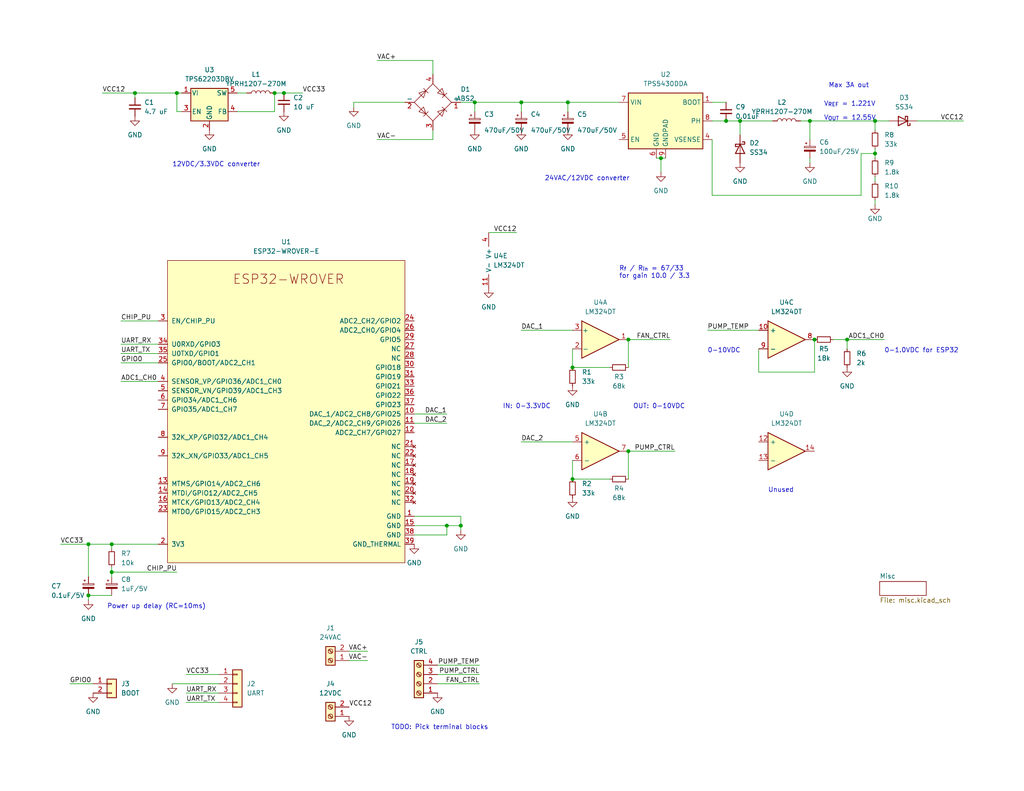
<source format=kicad_sch>
(kicad_sch (version 20211123) (generator eeschema)
  (paper "USLetter")
  (title_block (title "ESP32 to JAGA thermostat bridge"))
  (lib_symbols
    (symbol "Amplifier_Operational:LM324" (pin_names (offset 0.127))
      (property "Reference" "U" (at 0 5.08 0))
      (property "Value" "LM324" (at 0 -5.08 0))
      (symbol "LM324_1_1"
        (polyline (pts (xy -5.08 5.08) (xy 5.08 0) (xy -5.08 -5.08) (xy -5.08 5.08)) (stroke (width 0.254)) (fill (type background)))
        (pin output line (at 7.62 0 180) (length 2.54) (name "~") (number "1"))
        (pin input line (at -7.62 -2.54 0) (length 2.54) (name "-") (number "2"))
        (pin input line (at -7.62 2.54 0) (length 2.54) (name "+") (number "3"))
      )
      (symbol "LM324_2_1"
        (polyline (pts (xy -5.08 5.08) (xy 5.08 0) (xy -5.08 -5.08) (xy -5.08 5.08)) (stroke (width 0.254)) (fill (type background)))
        (pin input line (at -7.62 2.54 0) (length 2.54) (name "+") (number "5"))
        (pin input line (at -7.62 -2.54 0) (length 2.54) (name "-") (number "6"))
        (pin output line (at 7.62 0 180) (length 2.54) (name "~") (number "7"))
      )
      (symbol "LM324_3_1"
        (polyline (pts (xy -5.08 5.08) (xy 5.08 0) (xy -5.08 -5.08) (xy -5.08 5.08)) (stroke (width 0.254)) (fill (type background)))
        (pin input line (at -7.62 2.54 0) (length 2.54) (name "+") (number "10"))
        (pin output line (at 7.62 0 180) (length 2.54) (name "~") (number "8"))
        (pin input line (at -7.62 -2.54 0) (length 2.54) (name "-") (number "9"))
      )
      (symbol "LM324_4_1"
        (polyline (pts (xy -5.08 5.08) (xy 5.08 0) (xy -5.08 -5.08) (xy -5.08 5.08)) (stroke (width 0.254)) (fill (type background)))
        (pin input line (at -7.62 2.54 0) (length 2.54) (name "+") (number "12"))
        (pin input line (at -7.62 -2.54 0) (length 2.54) (name "-") (number "13"))
        (pin output line (at 7.62 0 180) (length 2.54) (name "~") (number "14"))
      )
      (symbol "LM324_5_1"
        (pin power_in line (at -2.54 -7.62 90) (length 3.81) (name "V-") (number "11"))
        (pin power_in line (at -2.54 7.62 270) (length 3.81) (name "V+") (number "4"))
      )
    )
    (symbol "Connector:Screw_Terminal_01x02" (pin_names (offset 1.016) hide)
      (property "Reference" "J" (at 0 2.54 0))
      (property "Value" "Screw_Terminal_01x02" (at 0 -5.08 0))
      (symbol "Screw_Terminal_01x02_1_1"
        (rectangle (start -1.27 1.27) (end 1.27 -3.81) (stroke (width 0.254)) (fill (type background)))
        (circle (center 0 -2.54) (radius 0.635) (stroke (width 0.1524)))
        (polyline (pts (xy -0.5334 -2.2098) (xy 0.3302 -3.048)) (stroke (width 0.1524)))
        (polyline (pts (xy -0.5334 0.3302) (xy 0.3302 -0.508)) (stroke (width 0.1524)))
        (polyline (pts (xy -0.3556 -2.032) (xy 0.508 -2.8702)) (stroke (width 0.1524)))
        (polyline (pts (xy -0.3556 0.508) (xy 0.508 -0.3302)) (stroke (width 0.1524)))
        (circle (center 0 0) (radius 0.635) (stroke (width 0.1524)))
        (pin passive line (at -5.08 0 0) (length 3.81) (name "Pin_1") (number "1"))
        (pin passive line (at -5.08 -2.54 0) (length 3.81) (name "Pin_2") (number "2"))
      )
    )
    (symbol "Connector:Screw_Terminal_01x04" (pin_names (offset 1.016) hide)
      (property "Reference" "J" (at 0 5.08 0))
      (property "Value" "Screw_Terminal_01x04" (at 0 -7.62 0))
      (symbol "Screw_Terminal_01x04_1_1"
        (rectangle (start -1.27 3.81) (end 1.27 -6.35) (stroke (width 0.254)) (fill (type background)))
        (circle (center 0 -5.08) (radius 0.635) (stroke (width 0.1524)))
        (circle (center 0 -2.54) (radius 0.635) (stroke (width 0.1524)))
        (polyline (pts (xy -0.5334 -4.7498) (xy 0.3302 -5.588)) (stroke (width 0.1524)))
        (polyline (pts (xy -0.5334 -2.2098) (xy 0.3302 -3.048)) (stroke (width 0.1524)))
        (polyline (pts (xy -0.5334 0.3302) (xy 0.3302 -0.508)) (stroke (width 0.1524)))
        (polyline (pts (xy -0.5334 2.8702) (xy 0.3302 2.032)) (stroke (width 0.1524)))
        (polyline (pts (xy -0.3556 -4.572) (xy 0.508 -5.4102)) (stroke (width 0.1524)))
        (polyline (pts (xy -0.3556 -2.032) (xy 0.508 -2.8702)) (stroke (width 0.1524)))
        (polyline (pts (xy -0.3556 0.508) (xy 0.508 -0.3302)) (stroke (width 0.1524)))
        (polyline (pts (xy -0.3556 3.048) (xy 0.508 2.2098)) (stroke (width 0.1524)))
        (circle (center 0 0) (radius 0.635) (stroke (width 0.1524)))
        (circle (center 0 2.54) (radius 0.635) (stroke (width 0.1524)))
        (pin passive line (at -5.08 2.54 0) (length 3.81) (name "Pin_1") (number "1"))
        (pin passive line (at -5.08 0 0) (length 3.81) (name "Pin_2") (number "2"))
        (pin passive line (at -5.08 -2.54 0) (length 3.81) (name "Pin_3") (number "3"))
        (pin passive line (at -5.08 -5.08 0) (length 3.81) (name "Pin_4") (number "4"))
      )
    )
    (symbol "Connector_Generic:Conn_01x02" (pin_names (offset 1.016) hide)
      (property "Reference" "J" (at 0 2.54 0))
      (property "Value" "Conn_01x02" (at 0 -5.08 0))
      (symbol "Conn_01x02_1_1"
        (rectangle (start -1.27 -2.413) (end 0 -2.667) (stroke (width 0.1524)))
        (rectangle (start -1.27 0.127) (end 0 -0.127) (stroke (width 0.1524)))
        (rectangle (start -1.27 1.27) (end 1.27 -3.81) (stroke (width 0.254)) (fill (type background)))
        (pin passive line (at -5.08 0 0) (length 3.81) (name "Pin_1") (number "1"))
        (pin passive line (at -5.08 -2.54 0) (length 3.81) (name "Pin_2") (number "2"))
      )
    )
    (symbol "Connector_Generic:Conn_01x04" (pin_names (offset 1.016) hide)
      (property "Reference" "J" (at 0 5.08 0))
      (property "Value" "Conn_01x04" (at 0 -7.62 0))
      (symbol "Conn_01x04_1_1"
        (rectangle (start -1.27 -4.953) (end 0 -5.207) (stroke (width 0.1524)))
        (rectangle (start -1.27 -2.413) (end 0 -2.667) (stroke (width 0.1524)))
        (rectangle (start -1.27 0.127) (end 0 -0.127) (stroke (width 0.1524)))
        (rectangle (start -1.27 2.667) (end 0 2.413) (stroke (width 0.1524)))
        (rectangle (start -1.27 3.81) (end 1.27 -6.35) (stroke (width 0.254)) (fill (type background)))
        (pin passive line (at -5.08 2.54 0) (length 3.81) (name "Pin_1") (number "1"))
        (pin passive line (at -5.08 0 0) (length 3.81) (name "Pin_2") (number "2"))
        (pin passive line (at -5.08 -2.54 0) (length 3.81) (name "Pin_3") (number "3"))
        (pin passive line (at -5.08 -5.08 0) (length 3.81) (name "Pin_4") (number "4"))
      )
    )
    (symbol "Device:C_Polarized_Small" (pin_numbers hide) (pin_names (offset 0.254) hide)
      (property "Reference" "C" (at 0.254 1.778 0))
      (property "Value" "C_Polarized_Small" (at 0.254 -2.032 0))
      (symbol "C_Polarized_Small_0_1"
        (rectangle (start -1.524 -0.3048) (end 1.524 -0.6858) (fill (type outline)))
        (rectangle (start -1.524 0.6858) (end 1.524 0.3048))
        (polyline (pts (xy -1.27 1.524) (xy -0.762 1.524)))
        (polyline (pts (xy -1.016 1.27) (xy -1.016 1.778)))
      )
      (symbol "C_Polarized_Small_1_1"
        (pin passive line (at 0 2.54 270) (length 1.8542) (name "~") (number "1"))
        (pin passive line (at 0 -2.54 90) (length 1.8542) (name "~") (number "2"))
      )
    )
    (symbol "Device:C_Small" (pin_numbers hide) (pin_names (offset 0.254) hide)
      (property "Reference" "C" (at 0.254 1.778 0))
      (property "Value" "C_Small" (at 0.254 -2.032 0))
      (symbol "C_Small_0_1"
        (polyline (pts (xy -1.524 -0.508) (xy 1.524 -0.508)) (stroke (width 0.3302)))
        (polyline (pts (xy -1.524 0.508) (xy 1.524 0.508)) (stroke (width 0.3048)))
      )
      (symbol "C_Small_1_1"
        (pin passive line (at 0 2.54 270) (length 2.032) (name "~") (number "1"))
        (pin passive line (at 0 -2.54 90) (length 2.032) (name "~") (number "2"))
      )
    )
    (symbol "Device:D_Schottky" (pin_numbers hide) (pin_names (offset 1.016) hide)
      (property "Reference" "D" (at 0 2.54 0))
      (property "Value" "D_Schottky" (at 0 -2.54 0))
      (symbol "D_Schottky_0_1"
        (polyline (pts (xy 1.27 0) (xy -1.27 0)))
        (polyline (pts (xy 1.27 1.27) (xy 1.27 -1.27) (xy -1.27 0) (xy 1.27 1.27)) (stroke (width 0.254)))
        (polyline (pts (xy -1.905 0.635) (xy -1.905 1.27) (xy -1.27 1.27) (xy -1.27 -1.27) (xy -0.635 -1.27) (xy -0.635 -0.635)) (stroke (width 0.254)))
      )
      (symbol "D_Schottky_1_1"
        (pin passive line (at -3.81 0 0) (length 2.54) (name "K") (number "1"))
        (pin passive line (at 3.81 0 180) (length 2.54) (name "A") (number "2"))
      )
    )
    (symbol "Device:L" (pin_numbers hide) (pin_names (offset 1.016) hide)
      (property "Reference" "L" (at -1.27 0 90))
      (property "Value" "L" (at 1.905 0 90))
      (symbol "L_0_1"
        (arc (start 0 -2.54) (mid 0.635 -1.905) (end 0 -1.27))
        (arc (start 0 -1.27) (mid 0.635 -0.635) (end 0 0))
        (arc (start 0 0) (mid 0.635 0.635) (end 0 1.27))
        (arc (start 0 1.27) (mid 0.635 1.905) (end 0 2.54))
      )
      (symbol "L_1_1"
        (pin passive line (at 0 3.81 270) (length 1.27) (name "1") (number "1"))
        (pin passive line (at 0 -3.81 90) (length 1.27) (name "2") (number "2"))
      )
    )
    (symbol "Device:Opamp_Quad"
      (property "Reference" "U" (at 0 5.08 0))
      (property "Value" "Opamp_Quad" (at 0 -5.08 0))
      (symbol "Opamp_Quad_1_1"
        (polyline (pts (xy -5.08 5.08) (xy 5.08 0) (xy -5.08 -5.08) (xy -5.08 5.08)) (stroke (width 0.254)) (fill (type background)))
        (pin output line (at 7.62 0 180) (length 2.54) (name "~") (number "1"))
        (pin input line (at -7.62 -2.54 0) (length 2.54) (name "-") (number "2"))
        (pin input line (at -7.62 2.54 0) (length 2.54) (name "+") (number "3"))
      )
      (symbol "Opamp_Quad_2_1"
        (polyline (pts (xy -5.08 5.08) (xy 5.08 0) (xy -5.08 -5.08) (xy -5.08 5.08)) (stroke (width 0.254)) (fill (type background)))
        (pin input line (at -7.62 2.54 0) (length 2.54) (name "+") (number "5"))
        (pin input line (at -7.62 -2.54 0) (length 2.54) (name "-") (number "6"))
        (pin output line (at 7.62 0 180) (length 2.54) (name "~") (number "7"))
      )
      (symbol "Opamp_Quad_3_1"
        (polyline (pts (xy -5.08 5.08) (xy 5.08 0) (xy -5.08 -5.08) (xy -5.08 5.08)) (stroke (width 0.254)) (fill (type background)))
        (pin input line (at -7.62 2.54 0) (length 2.54) (name "+") (number "10"))
        (pin output line (at 7.62 0 180) (length 2.54) (name "~") (number "8"))
        (pin input line (at -7.62 -2.54 0) (length 2.54) (name "-") (number "9"))
      )
      (symbol "Opamp_Quad_4_1"
        (polyline (pts (xy -5.08 5.08) (xy 5.08 0) (xy -5.08 -5.08) (xy -5.08 5.08)) (stroke (width 0.254)) (fill (type background)))
        (pin input line (at -7.62 2.54 0) (length 2.54) (name "+") (number "12"))
        (pin input line (at -7.62 -2.54 0) (length 2.54) (name "-") (number "13"))
        (pin output line (at 7.62 0 180) (length 2.54) (name "~") (number "14"))
      )
      (symbol "Opamp_Quad_5_1"
        (pin power_in line (at -2.54 -7.62 90) (length 3.81) (name "V-") (number "11"))
        (pin power_in line (at -2.54 7.62 270) (length 3.81) (name "V+") (number "4"))
      )
    )
    (symbol "Device:R_Small" (pin_numbers hide) (pin_names (offset 0.254) hide)
      (property "Reference" "R" (at 0.762 0.508 0))
      (property "Value" "R_Small" (at 0.762 -1.016 0))
      (symbol "R_Small_0_1"
        (rectangle (start -0.762 1.778) (end 0.762 -1.778) (stroke (width 0.2032)))
      )
      (symbol "R_Small_1_1"
        (pin passive line (at 0 2.54 270) (length 0.762) (name "~") (number "1"))
        (pin passive line (at 0 -2.54 90) (length 0.762) (name "~") (number "2"))
      )
    )
    (symbol "Diode_Bridge:ABS2" (pin_names (offset 0))
      (property "Reference" "D" (at 2.54 6.985 0))
      (property "Value" "ABS2" (at 2.54 5.08 0))
      (symbol "ABS2_0_1"
        (polyline (pts (xy -2.54 3.81) (xy -1.27 2.54)))
        (polyline (pts (xy -1.27 -2.54) (xy -2.54 -3.81)))
        (polyline (pts (xy 2.54 -1.27) (xy 3.81 -2.54)))
        (polyline (pts (xy 2.54 1.27) (xy 3.81 2.54)))
        (polyline (pts (xy -3.81 2.54) (xy -2.54 1.27) (xy -1.905 3.175) (xy -3.81 2.54)))
        (polyline (pts (xy -2.54 -1.27) (xy -3.81 -2.54) (xy -1.905 -3.175) (xy -2.54 -1.27)))
        (polyline (pts (xy 1.27 2.54) (xy 2.54 3.81) (xy 3.175 1.905) (xy 1.27 2.54)))
        (polyline (pts (xy 3.175 -1.905) (xy 1.27 -2.54) (xy 2.54 -3.81) (xy 3.175 -1.905)))
        (polyline (pts (xy -5.08 0) (xy 0 -5.08) (xy 5.08 0) (xy 0 5.08) (xy -5.08 0)))
      )
      (symbol "ABS2_1_1"
        (pin passive line (at 7.62 0 180) (length 2.54) (name "+") (number "1"))
        (pin passive line (at -7.62 0 0) (length 2.54) (name "-") (number "2"))
        (pin passive line (at 0 -7.62 90) (length 2.54) (name "~") (number "3"))
        (pin passive line (at 0 7.62 270) (length 2.54) (name "~") (number "4"))
      )
    )
    (symbol "Espressif:ESP32-WROVER-E" (pin_names (offset 1.016))
      (property "Reference" "U" (at 0 43.18 0))
      (property "Value" "ESP32-WROVER-E" (at 0 -41.91 0))
      (symbol "ESP32-WROVER-E_0_1"
        (rectangle (start 33.02 41.91) (end -31.75 -40.64) (fill (type background)))
      )
      (symbol "ESP32-WROVER-E_1_1"
        (text "ESP32-­WROVER" (at 1.27 36.83 0) (effects (font (size 2.54 2.54))))
        (pin power_in line (at 35.56 -27.94 180) (length 2.54) (name "GND") (number "1"))
        (pin bidirectional line (at 35.56 0 180) (length 2.54) (name "DAC_1/ADC2_CH8/GPIO25") (number "10"))
        (pin bidirectional line (at 35.56 -2.54 180) (length 2.54) (name "DAC_2/ADC2_CH9/GPIO26") (number "11"))
        (pin bidirectional line (at 35.56 -5.08 180) (length 2.54) (name "ADC2_CH7/GPIO27") (number "12"))
        (pin bidirectional line (at -34.29 -19.05 0) (length 2.54) (name "MTMS/GPIO14/ADC2_CH6") (number "13"))
        (pin bidirectional line (at -34.29 -21.59 0) (length 2.54) (name "MTDI/GPIO12/ADC2_CH5") (number "14"))
        (pin power_in line (at 35.56 -30.48 180) (length 2.54) (name "GND") (number "15"))
        (pin bidirectional line (at -34.29 -24.13 0) (length 2.54) (name "MTCK/GPIO13/ADC2_CH4") (number "16"))
        (pin no_connect line (at 35.56 -13.97 180) (length 2.54) (name "NC") (number "17"))
        (pin no_connect line (at 35.56 -16.51 180) (length 2.54) (name "NC") (number "18"))
        (pin no_connect line (at 35.56 -19.05 180) (length 2.54) (name "NC") (number "19"))
        (pin power_in line (at -34.29 -35.56 0) (length 2.54) (name "3V3") (number "2"))
        (pin no_connect line (at 35.56 -21.59 180) (length 2.54) (name "NC") (number "20"))
        (pin no_connect line (at 35.56 -8.89 180) (length 2.54) (name "NC") (number "21"))
        (pin no_connect line (at 35.56 -11.43 180) (length 2.54) (name "NC") (number "22"))
        (pin bidirectional line (at -34.29 -26.67 0) (length 2.54) (name "MTDO/GPIO15/ADC2_CH3") (number "23"))
        (pin bidirectional line (at 35.56 25.4 180) (length 2.54) (name "ADC2_CH2/GPIO2") (number "24"))
        (pin bidirectional line (at -34.29 13.97 0) (length 2.54) (name "GPIO0/BOOT/ADC2_CH1") (number "25"))
        (pin bidirectional line (at 35.56 22.86 180) (length 2.54) (name "ADC2_CH0/GPIO4") (number "26"))
        (pin bidirectional line (at 35.56 17.78 180) (length 2.54) (name "NC") (number "27"))
        (pin bidirectional line (at 35.56 15.24 180) (length 2.54) (name "NC") (number "28"))
        (pin bidirectional line (at 35.56 20.32 180) (length 2.54) (name "GPIO5") (number "29"))
        (pin input line (at -34.29 25.4 0) (length 2.54) (name "EN/CHIP_PU") (number "3"))
        (pin bidirectional line (at 35.56 12.7 180) (length 2.54) (name "GPIO18") (number "30"))
        (pin bidirectional line (at 35.56 10.16 180) (length 2.54) (name "GPIO19") (number "31"))
        (pin no_connect line (at 35.56 -24.13 180) (length 2.54) (name "NC") (number "32"))
        (pin bidirectional line (at 35.56 7.62 180) (length 2.54) (name "GPIO21") (number "33"))
        (pin bidirectional line (at -34.29 19.05 0) (length 2.54) (name "U0RXD/GPIO3") (number "34"))
        (pin bidirectional line (at -34.29 16.51 0) (length 2.54) (name "U0TXD/GPIO1") (number "35"))
        (pin bidirectional line (at 35.56 5.08 180) (length 2.54) (name "GPIO22") (number "36"))
        (pin bidirectional line (at 35.56 2.54 180) (length 2.54) (name "GPIO23") (number "37"))
        (pin power_in line (at 35.56 -33.02 180) (length 2.54) (name "GND") (number "38"))
        (pin power_in line (at 35.56 -35.56 180) (length 2.54) (name "GND_THERMAL") (number "39"))
        (pin input line (at -34.29 8.89 0) (length 2.54) (name "SENSOR_VP/GPIO36/ADC1_CH0") (number "4"))
        (pin input line (at -34.29 6.35 0) (length 2.54) (name "SENSOR_VN/GPIO39/ADC1_CH3") (number "5"))
        (pin input line (at -34.29 3.81 0) (length 2.54) (name "GPIO34/ADC1_CH6") (number "6"))
        (pin input line (at -34.29 1.27 0) (length 2.54) (name "GPIO35/ADC1_CH7") (number "7"))
        (pin bidirectional line (at -34.29 -6.35 0) (length 2.54) (name "32K_XP/GPIO32/ADC1_CH4") (number "8"))
        (pin bidirectional line (at -34.29 -11.43 0) (length 2.54) (name "32K_XN/GPIO33/ADC1_CH5") (number "9"))
      )
    )
    (symbol "Regulator_Switching:TPS5430DDA"
      (property "Reference" "U" (at -10.16 8.89 0))
      (property "Value" "TPS5430DDA" (at -1.27 8.89 0))
      (symbol "TPS5430DDA_0_1"
        (rectangle (start -10.16 7.62) (end 10.16 -7.62) (stroke (width 0.254)) (fill (type background)))
      )
      (symbol "TPS5430DDA_1_1"
        (pin input line (at 12.7 5.08 180) (length 2.54) (name "BOOT") (number "1"))
        (pin no_connect line (at -10.16 2.54 0) (length 2.54) hide (name "NC") (number "2"))
        (pin no_connect line (at -10.16 -2.54 0) (length 2.54) hide (name "NC") (number "3"))
        (pin input line (at 12.7 -5.08 180) (length 2.54) (name "VSENSE") (number "4"))
        (pin input line (at -12.7 -5.08 0) (length 2.54) (name "EN") (number "5"))
        (pin power_in line (at -2.54 -10.16 90) (length 2.54) (name "GND") (number "6"))
        (pin power_in line (at -12.7 5.08 0) (length 2.54) (name "VIN") (number "7"))
        (pin output line (at 12.7 0 180) (length 2.54) (name "PH") (number "8"))
        (pin power_in line (at 0 -10.16 90) (length 2.54) (name "GNDPAD") (number "9"))
      )
    )
    (symbol "Regulator_Switching:TPS62203DBV" (pin_names (offset 0.254))
      (property "Reference" "U" (at -5.08 7.62 0))
      (property "Value" "TPS62203DBV" (at 0 7.62 0))
      (symbol "TPS62203DBV_0_1"
        (rectangle (start -5.08 6.35) (end 5.08 -2.54) (stroke (width 0.254)) (fill (type background)))
      )
      (symbol "TPS62203DBV_1_1"
        (pin power_in line (at -7.62 5.08 0) (length 2.54) (name "VI") (number "1"))
        (pin power_in line (at 0 -5.08 90) (length 2.54) (name "GND") (number "2"))
        (pin input line (at -7.62 0 0) (length 2.54) (name "EN") (number "3"))
        (pin input line (at 7.62 0 180) (length 2.54) (name "FB") (number "4"))
        (pin output line (at 7.62 5.08 180) (length 2.54) (name "SW") (number "5"))
      )
    )
    (symbol "power:GND" (power) (pin_names (offset 0))
      (property "Value" "GND" (at 0 -3.81 0))
      (symbol "GND_0_1"
        (polyline (pts (xy 0 0) (xy 0 -1.27) (xy 1.27 -1.27) (xy 0 -2.54) (xy -1.27 -1.27) (xy 0 -1.27)))
      )
      (symbol "GND_1_1"
        (pin power_in line (at 0 0 270) (length 0) hide (name "GND") (number "1"))
      )
    )
  )
  (junction (at 74.93 25.4))
  (junction (at 238.76 41.91))
  (junction (at 171.45 123.19))
  (junction (at 24.13 162.56))
  (junction (at 201.93 33.02))
  (junction (at 238.76 33.02))
  (junction (at 180.34 43.18))
  (junction (at 231.14 92.71))
  (junction (at 171.45 92.71))
  (junction (at 220.98 33.02))
  (junction (at 30.48 156.21))
  (junction (at 129.54 27.94))
  (junction (at 77.47 25.4))
  (junction (at 142.24 27.94))
  (junction (at 154.94 27.94))
  (junction (at 222.25 92.71))
  (junction (at 30.48 148.59))
  (junction (at 36.83 25.4))
  (junction (at 198.12 33.02))
  (junction (at 125.73 143.51))
  (junction (at 156.21 100.33))
  (junction (at 121.92 143.51))
  (junction (at 156.21 130.81))
  (junction (at 48.26 25.4))
  (junction (at 24.13 148.59))
  (wire (pts (xy 129.54 30.48) (xy 129.54 27.94)))
  (wire (pts (xy 220.98 38.1) (xy 220.98 33.02)))
  (wire (pts (xy 180.34 43.18) (xy 181.61 43.18)))
  (wire (pts (xy 113.03 113.03) (xy 121.92 113.03)))
  (wire (pts (xy 238.76 41.91) (xy 234.95 41.91)))
  (wire (pts (xy 171.45 92.71) (xy 182.88 92.71)))
  (wire (pts (xy 180.34 43.18) (xy 179.07 43.18)))
  (wire (pts (xy 238.76 43.18) (xy 238.76 41.91)))
  (wire (pts (xy 100.33 177.8) (xy 95.25 177.8)))
  (wire (pts (xy 227.33 92.71) (xy 231.14 92.71)))
  (wire (pts (xy 133.35 63.5) (xy 140.97 63.5)))
  (wire (pts (xy 50.8 191.77) (xy 59.69 191.77)))
  (wire (pts (xy 113.03 143.51) (xy 121.92 143.51)))
  (wire (pts (xy 30.48 156.21) (xy 48.26 156.21)))
  (wire (pts (xy 64.77 25.4) (xy 67.31 25.4)))
  (wire (pts (xy 156.21 95.25) (xy 156.21 100.33)))
  (wire (pts (xy 231.14 92.71) (xy 231.14 95.25)))
  (wire (pts (xy 142.24 30.48) (xy 142.24 27.94)))
  (wire (pts (xy 207.01 101.6) (xy 207.01 95.25)))
  (wire (pts (xy 118.11 16.51) (xy 118.11 20.32)))
  (wire (pts (xy 201.93 33.02) (xy 210.82 33.02)))
  (wire (pts (xy 30.48 157.48) (xy 30.48 156.21)))
  (wire (pts (xy 48.26 25.4) (xy 49.53 25.4)))
  (wire (pts (xy 33.02 104.14) (xy 43.18 104.14)))
  (wire (pts (xy 142.24 90.17) (xy 156.21 90.17)))
  (wire (pts (xy 113.03 146.05) (xy 121.92 146.05)))
  (wire (pts (xy 24.13 157.48) (xy 24.13 148.59)))
  (wire (pts (xy 180.34 46.99) (xy 180.34 43.18)))
  (wire (pts (xy 36.83 25.4) (xy 48.26 25.4)))
  (wire (pts (xy 36.83 26.67) (xy 36.83 25.4)))
  (wire (pts (xy 100.33 180.34) (xy 95.25 180.34)))
  (wire (pts (xy 222.25 92.71) (xy 222.25 101.6)))
  (wire (pts (xy 154.94 30.48) (xy 154.94 27.94)))
  (wire (pts (xy 118.11 38.1) (xy 118.11 35.56)))
  (wire (pts (xy 193.04 90.17) (xy 207.01 90.17)))
  (wire (pts (xy 27.94 25.4) (xy 36.83 25.4)))
  (wire (pts (xy 49.53 30.48) (xy 48.26 30.48)))
  (wire (pts (xy 64.77 30.48) (xy 74.93 30.48)))
  (wire (pts (xy 234.95 41.91) (xy 234.95 53.34)))
  (wire (pts (xy 250.19 33.02) (xy 262.89 33.02)))
  (wire (pts (xy 96.52 27.94) (xy 96.52 29.21)))
  (wire (pts (xy 50.8 189.23) (xy 59.69 189.23)))
  (wire (pts (xy 220.98 44.45) (xy 220.98 43.18)))
  (wire (pts (xy 24.13 163.83) (xy 24.13 162.56)))
  (wire (pts (xy 121.92 146.05) (xy 121.92 143.51)))
  (wire (pts (xy 30.48 162.56) (xy 24.13 162.56)))
  (wire (pts (xy 222.25 101.6) (xy 207.01 101.6)))
  (wire (pts (xy 113.03 115.57) (xy 121.92 115.57)))
  (wire (pts (xy 16.51 148.59) (xy 24.13 148.59)))
  (wire (pts (xy 30.48 148.59) (xy 43.18 148.59)))
  (wire (pts (xy 74.93 30.48) (xy 74.93 25.4)))
  (wire (pts (xy 218.44 33.02) (xy 220.98 33.02)))
  (wire (pts (xy 198.12 33.02) (xy 201.93 33.02)))
  (wire (pts (xy 156.21 125.73) (xy 156.21 130.81)))
  (wire (pts (xy 50.8 184.15) (xy 59.69 184.15)))
  (wire (pts (xy 33.02 93.98) (xy 43.18 93.98)))
  (wire (pts (xy 194.31 27.94) (xy 198.12 27.94)))
  (wire (pts (xy 30.48 156.21) (xy 30.48 154.94)))
  (wire (pts (xy 130.81 186.69) (xy 119.38 186.69)))
  (wire (pts (xy 171.45 123.19) (xy 171.45 130.81)))
  (wire (pts (xy 113.03 140.97) (xy 125.73 140.97)))
  (wire (pts (xy 142.24 27.94) (xy 154.94 27.94)))
  (wire (pts (xy 121.92 143.51) (xy 125.73 143.51)))
  (wire (pts (xy 125.73 143.51) (xy 125.73 144.78)))
  (wire (pts (xy 130.81 181.61) (xy 119.38 181.61)))
  (wire (pts (xy 238.76 54.61) (xy 238.76 55.88)))
  (wire (pts (xy 48.26 30.48) (xy 48.26 25.4)))
  (wire (pts (xy 194.31 38.1) (xy 194.31 53.34)))
  (wire (pts (xy 74.93 25.4) (xy 77.47 25.4)))
  (wire (pts (xy 46.99 186.69) (xy 59.69 186.69)))
  (wire (pts (xy 33.02 87.63) (xy 43.18 87.63)))
  (wire (pts (xy 102.87 16.51) (xy 118.11 16.51)))
  (wire (pts (xy 156.21 100.33) (xy 166.37 100.33)))
  (wire (pts (xy 33.02 99.06) (xy 43.18 99.06)))
  (wire (pts (xy 238.76 33.02) (xy 242.57 33.02)))
  (wire (pts (xy 194.31 33.02) (xy 198.12 33.02)))
  (wire (pts (xy 77.47 25.4) (xy 82.55 25.4)))
  (wire (pts (xy 33.02 96.52) (xy 43.18 96.52)))
  (wire (pts (xy 201.93 33.02) (xy 201.93 36.83)))
  (wire (pts (xy 220.98 33.02) (xy 238.76 33.02)))
  (wire (pts (xy 171.45 92.71) (xy 171.45 100.33)))
  (wire (pts (xy 156.21 130.81) (xy 166.37 130.81)))
  (wire (pts (xy 102.87 38.1) (xy 118.11 38.1)))
  (wire (pts (xy 130.81 184.15) (xy 119.38 184.15)))
  (wire (pts (xy 231.14 92.71) (xy 241.3 92.71)))
  (wire (pts (xy 142.24 120.65) (xy 156.21 120.65)))
  (wire (pts (xy 125.73 140.97) (xy 125.73 143.51)))
  (wire (pts (xy 19.05 186.69) (xy 25.4 186.69)))
  (wire (pts (xy 154.94 27.94) (xy 168.91 27.94)))
  (wire (pts (xy 171.45 123.19) (xy 184.15 123.19)))
  (wire (pts (xy 24.13 148.59) (xy 30.48 148.59)))
  (wire (pts (xy 238.76 35.56) (xy 238.76 33.02)))
  (wire (pts (xy 234.95 53.34) (xy 194.31 53.34)))
  (wire (pts (xy 238.76 49.53) (xy 238.76 48.26)))
  (wire (pts (xy 125.73 27.94) (xy 129.54 27.94)))
  (wire (pts (xy 30.48 149.86) (xy 30.48 148.59)))
  (wire (pts (xy 129.54 27.94) (xy 142.24 27.94)))
  (wire (pts (xy 110.49 27.94) (xy 96.52 27.94)))
  (wire (pts (xy 238.76 41.91) (xy 238.76 40.64)))
  (text "Unused" (at 209.55 134.62 0) (effects (font (size 1.27 1.27)) (justify left bottom)))
  (text "Power up delay (RC=10ms)" (at 29.21 166.37 0) (effects (font (size 1.27 1.27)) (justify left bottom)))
  (text "OUT: 0-10VDC" (at 172.72 111.76 0) (effects (font (size 1.27 1.27)) (justify left bottom)))
  (text "V_{REF} = 1.221V" (at 224.79 29.21 0) (effects (font (size 1.27 1.27)) (justify left bottom)))
  (text "TODO: Pick terminal blocks" (at 106.68 199.39 0) (effects (font (size 1.27 1.27)) (justify left bottom)))
  (text "R_{f} / R_{in} = 67/33\nfor gain 10.0 / 3.3" (at 168.91 76.2 0) (effects (font (size 1.27 1.27)) (justify left bottom)))
  (text "Max 3A out" (at 226.06 24.13 0) (effects (font (size 1.27 1.27)) (justify left bottom)))
  (text "0-1.0VDC for ESP32" (at 241.3 96.52 0) (effects (font (size 1.27 1.27)) (justify left bottom)))
  (text "IN: 0-3.3VDC" (at 137.16 111.76 0) (effects (font (size 1.27 1.27)) (justify left bottom)))
  (text "24VAC/12VDC converter" (at 148.59 49.53 0) (effects (font (size 1.27 1.27)) (justify left bottom)))
  (text "V_{OUT} = 12.55V" (at 224.79 33.02 0) (effects (font (size 1.27 1.27)) (justify left bottom)))
  (text "0-10VDC" (at 193.04 96.52 0) (effects (font (size 1.27 1.27)) (justify left bottom)))
  (text "12VDC/3.3VDC converter" (at 46.99 45.72 0) (effects (font (size 1.27 1.27)) (justify left bottom)))
  (label "FAN_CTRL" (at 130.81 186.69 180))
  (label "CHIP_PU" (at 33.02 87.63 0))
  (label "UART_RX" (at 50.8 189.23 0))
  (label "UART_TX" (at 33.02 96.52 0))
  (label "VAC+" (at 100.33 177.8 180))
  (label "PUMP_CTRL" (at 130.81 184.15 180))
  (label "VAC-" (at 100.33 180.34 180))
  (label "ADC1_CH0" (at 241.3 92.71 180))
  (label "CHIP_PU" (at 48.26 156.21 180))
  (label "PUMP_CTRL" (at 184.15 123.19 180))
  (label "ADC1_CH0" (at 33.02 104.14 0))
  (label "GPIO0" (at 19.05 186.69 0))
  (label "UART_RX" (at 33.02 93.98 0))
  (label "DAC_1" (at 142.24 90.17 0))
  (label "UART_TX" (at 50.8 191.77 0))
  (label "VCC12" (at 262.89 33.02 180))
  (label "DAC_2" (at 142.24 120.65 0))
  (label "VAC+" (at 102.87 16.51 0))
  (label "GPIO0" (at 33.02 99.06 0))
  (label "VCC12" (at 95.25 193.04 0))
  (label "VCC33" (at 16.51 148.59 0))
  (label "VCC33" (at 82.55 25.4 0))
  (label "VCC12" (at 140.97 63.5 180))
  (label "FAN_CTRL" (at 182.88 92.71 180))
  (label "PUMP_TEMP" (at 193.04 90.17 0))
  (label "VCC12" (at 27.94 25.4 0))
  (label "VAC-" (at 102.87 38.1 0))
  (label "VCC33" (at 50.8 184.15 0))
  (label "DAC_2" (at 121.92 115.57 180))
  (label "PUMP_TEMP" (at 130.81 181.61 180))
  (label "DAC_1" (at 121.92 113.03 180))
  (symbol (lib_id "Device:D_Schottky") (at 201.93 40.64 270) (unit 1)
    (property "Reference" "D2" (at 204.47 39.0524 90) (effects (justify left)))
    (property "Value" "SS34" (at 204.47 41.5924 90) (effects (justify left)))
    (property "Footprint" "Diode_SMD:D_SOD-128" (effects hide))
  )
  (symbol (lib_id "power:GND") (at 46.99 186.69 0) (unit 1)
    (property "Reference" "#PWR0107" (effects hide))
    (property "Value" "GND" (at 46.99 191.77 0))
  )
  (symbol (lib_id "Device:C_Polarized_Small") (at 24.13 160.02 0) (unit 1)
    (property "Reference" "C7" (at 13.97 160.02 0) (effects (justify left)))
    (property "Value" "0.1uF/5V" (at 13.97 162.56 0) (effects (justify left)))
    (property "Footprint" "Capacitor_SMD:C_0201_0603Metric" (effects hide))
  )
  (symbol (lib_id "Device:L") (at 214.63 33.02 90) (unit 1)
    (property "Reference" "L2" (at 213.36 27.94 90))
    (property "Value" "YPRH1207-270M" (at 213.36 30.48 90))
    (property "Footprint" "Inductor_SMD:L_12x12mm_H8mm" (effects hide))
  )
  (symbol (lib_id "power:GND") (at 156.21 135.89 0) (unit 1)
    (property "Reference" "#PWR0119" (effects hide))
    (property "Value" "GND" (at 156.21 140.97 0))
  )
  (symbol (lib_id "Device:R_Small") (at 30.48 152.4 0) (unit 1)
    (property "Reference" "R7" (at 33.02 151.1299 0) (effects (justify left)))
    (property "Value" "10k" (at 33.02 153.6699 0) (effects (justify left)))
    (property "Footprint" "Resistor_SMD:R_0201_0603Metric" (effects hide))
  )
  (symbol (lib_id "power:GND") (at 96.52 29.21 0) (unit 1)
    (property "Reference" "#PWR0116" (effects hide))
    (property "Value" "GND" (at 96.52 34.29 0))
  )
  (symbol (lib_id "Device:C_Small") (at 77.47 27.94 0) (unit 1)
    (property "Reference" "C2" (at 80.01 26.6762 0) (effects (justify left)))
    (property "Value" "10 uF" (at 80.01 29.2162 0) (effects (justify left)))
    (property "Footprint" "Capacitor_SMD:C_0805_2012Metric" (effects hide))
  )
  (symbol (lib_id "Device:R_Small") (at 156.21 133.35 0) (unit 1)
    (property "Reference" "R2" (at 158.75 132.0799 0) (effects (justify left)))
    (property "Value" "33k" (at 158.75 134.6199 0) (effects (justify left)))
    (property "Footprint" "Resistor_SMD:R_0201_0603Metric" (effects hide))
  )
  (symbol (lib_id "Espressif:ESP32-WROVER-E") (at 77.47 113.03 0) (unit 1)
    (property "Reference" "U1" (at 78.105 66.04 0))
    (property "Value" "ESP32-WROVER-E" (at 78.105 68.58 0))
    (property "Footprint" "Espressif:ESP32-WROVER-E" (effects hide))
    (property "Datasheet" "https://www.espressif.com/sites/default/files/documentation/esp32-wrover-e_esp32-wrover-ie_datasheet_en.pdf" (effects hide))
  )
  (symbol (lib_id "power:GND") (at 125.73 144.78 0) (unit 1)
    (property "Reference" "#PWR0105" (effects hide))
    (property "Value" "GND" (at 125.73 149.86 0))
  )
  (symbol (lib_id "Connector_Generic:Conn_01x04") (at 64.77 186.69 0) (unit 1)
    (property "Reference" "J2" (at 67.31 186.6899 0) (effects (justify left)))
    (property "Value" "UART" (at 67.31 189.2299 0) (effects (justify left)))
    (property "Footprint" "Connector_PinHeader_2.54mm:PinHeader_1x04_P2.54mm_Horizontal" (effects hide))
  )
  (symbol (lib_id "power:GND") (at 156.21 105.41 0) (unit 1)
    (property "Reference" "#PWR0118" (effects hide))
    (property "Value" "GND" (at 156.21 110.49 0))
  )
  (symbol (lib_id "power:GND") (at 142.24 35.56 0) (unit 1)
    (property "Reference" "#PWR0110" (effects hide))
    (property "Value" "GND" (at 142.24 40.64 0))
  )
  (symbol (lib_id "Device:C_Polarized_Small") (at 142.24 33.02 0) (unit 1)
    (property "Reference" "C4" (at 144.78 31.2038 0) (effects (justify left)))
    (property "Value" "470uF/50V" (at 144.78 35.56 0) (effects (justify left)))
    (property "Footprint" "Capacitor_SMD:CP_Elec_6.3x7.7" (effects hide))
  )
  (symbol (lib_id "Regulator_Switching:TPS62203DBV") (at 57.15 30.48 0) (unit 1)
    (property "Reference" "U3" (at 57.15 19.05 0))
    (property "Value" "TPS62203DBV" (at 57.15 21.59 0))
    (property "Footprint" "Package_TO_SOT_SMD:SOT-23-5" (effects hide))
    (property "Datasheet" "http://www.ti.com/lit/ds/symlink/tps62201.pdf" (effects hide))
  )
  (symbol (lib_id "Connector:Screw_Terminal_01x02") (at 90.17 180.34 180) (unit 1)
    (property "Reference" "J1" (at 90.17 171.45 0))
    (property "Value" "24VAC" (at 90.17 173.99 0))
    (property "Footprint" "TerminalBlock_RND:TerminalBlock_RND_205-00001_1x02_P5.00mm_Horizontal" (effects hide))
  )
  (symbol (lib_id "Device:R_Small") (at 168.91 130.81 90) (unit 1)
    (property "Reference" "R4" (at 168.91 133.35 90))
    (property "Value" "68k" (at 168.91 135.89 90))
    (property "Footprint" "Resistor_SMD:R_0201_0603Metric" (effects hide))
  )
  (symbol (lib_id "Device:R_Small") (at 231.14 97.79 0) (unit 1)
    (property "Reference" "R6" (at 233.68 96.5199 0) (effects (justify left)))
    (property "Value" "2k" (at 233.68 99.0599 0) (effects (justify left)))
    (property "Footprint" "Resistor_SMD:R_0201_0603Metric" (effects hide))
  )
  (symbol (lib_id "Device:C_Polarized_Small") (at 154.94 33.02 0) (unit 1)
    (property "Reference" "C5" (at 157.48 31.2038 0) (effects (justify left)))
    (property "Value" "470uF/50V" (at 157.48 35.56 0) (effects (justify left)))
    (property "Footprint" "Capacitor_SMD:CP_Elec_6.3x7.7" (effects hide))
  )
  (symbol (lib_id "Device:C_Polarized_Small") (at 30.48 160.02 0) (unit 1)
    (property "Reference" "C8" (at 33.02 158.2038 0) (effects (justify left)))
    (property "Value" "1uF/5V" (at 33.02 160.7438 0) (effects (justify left)))
    (property "Footprint" "Capacitor_SMD:C_0402_1005Metric" (effects hide))
  )
  (symbol (lib_id "power:GND") (at 231.14 100.33 0) (unit 1)
    (property "Reference" "#PWR0121" (effects hide))
    (property "Value" "GND" (at 231.14 105.41 0))
  )
  (symbol (lib_id "power:GND") (at 133.35 78.74 0) (unit 1)
    (property "Reference" "#PWR0111" (effects hide))
    (property "Value" "GND" (at 133.35 83.82 0))
  )
  (symbol (lib_id "power:GND") (at 36.83 31.75 0) (unit 1)
    (property "Reference" "#PWR0103" (effects hide))
    (property "Value" "GND" (at 36.83 36.83 0))
  )
  (symbol (lib_id "Device:R_Small") (at 224.79 92.71 90) (unit 1)
    (property "Reference" "R5" (at 224.79 95.25 90))
    (property "Value" "18k" (at 224.79 97.79 90))
    (property "Footprint" "Resistor_SMD:R_0201_0603Metric" (effects hide))
  )
  (symbol (lib_id "Device:C_Polarized_Small") (at 220.98 40.64 0) (unit 1)
    (property "Reference" "C6" (at 223.52 38.8238 0) (effects (justify left)))
    (property "Value" "100uF/25V" (at 223.52 41.3638 0) (effects (justify left)))
    (property "Footprint" "Capacitor_SMD:CP_Elec_6.3x7.7" (effects hide))
  )
  (symbol (lib_id "power:GND") (at 201.93 44.45 0) (unit 1)
    (property "Reference" "#PWR0115" (effects hide))
    (property "Value" "GND" (at 201.93 49.53 0))
  )
  (symbol (lib_id "Device:Opamp_Quad") (at 214.63 123.19 0) (unit 4)
    (property "Reference" "U4" (at 214.63 113.03 0))
    (property "Value" "LM324DT" (at 214.63 115.57 0))
    (property "Footprint" "Package_SO:SOIC-14_3.9x8.7mm_P1.27mm" (effects hide))
  )
  (symbol (lib_id "power:GND") (at 25.4 189.23 0) (unit 1)
    (property "Reference" "#PWR0101" (effects hide))
    (property "Value" "GND" (at 25.4 194.31 0))
  )
  (symbol (lib_id "Amplifier_Operational:LM324") (at 163.83 92.71 0) (unit 1)
    (property "Reference" "U4" (at 163.83 82.55 0))
    (property "Value" "LM324DT" (at 163.83 85.09 0))
    (property "Footprint" "Package_SO:SOIC-14_3.9x8.7mm_P1.27mm" (effects hide))
    (property "Datasheet" "http://www.ti.com/lit/ds/symlink/lm2902-n.pdf" (effects hide))
  )
  (symbol (lib_id "Device:R_Small") (at 238.76 45.72 0) (unit 1)
    (property "Reference" "R9" (at 241.3 44.4499 0) (effects (justify left)))
    (property "Value" "1.8k" (at 241.3 46.9899 0) (effects (justify left)))
    (property "Footprint" "Resistor_SMD:R_0201_0603Metric" (effects hide))
  )
  (symbol (lib_id "Connector:Screw_Terminal_01x04") (at 114.3 186.69 180) (unit 1)
    (property "Reference" "J5" (at 114.3 175.26 0))
    (property "Value" "CTRL" (at 114.3 177.8 0))
    (property "Footprint" "TerminalBlock_RND:TerminalBlock_RND_205-00003_1x04_P5.00mm_Horizontal" (effects hide))
  )
  (symbol (lib_id "power:GND") (at 220.98 44.45 0) (unit 1)
    (property "Reference" "#PWR0112" (effects hide))
    (property "Value" "GND" (at 220.98 49.53 0))
  )
  (symbol (lib_id "power:GND") (at 77.47 30.48 0) (unit 1)
    (property "Reference" "#PWR0108" (effects hide))
    (property "Value" "GND" (at 77.47 35.56 0))
  )
  (symbol (lib_id "Device:L") (at 71.12 25.4 90) (unit 1)
    (property "Reference" "L1" (at 69.85 20.32 90))
    (property "Value" "YPRH1207-270M" (at 69.85 22.86 90))
    (property "Footprint" "Inductor_SMD:L_12x12mm_H8mm" (effects hide))
  )
  (symbol (lib_id "Device:Opamp_Quad") (at 135.89 71.12 0) (unit 5)
    (property "Reference" "U4" (at 134.62 69.8499 0) (effects (justify left)))
    (property "Value" "LM324DT" (at 134.62 72.3899 0) (effects (justify left)))
    (property "Footprint" "Package_SO:SOIC-14_3.9x8.7mm_P1.27mm" (effects hide))
  )
  (symbol (lib_id "power:GND") (at 24.13 163.83 0) (unit 1)
    (property "Reference" "#PWR0122" (effects hide))
    (property "Value" "GND" (at 24.13 168.91 0))
  )
  (symbol (lib_id "power:GND") (at 238.76 55.88 0) (unit 1)
    (property "Reference" "#PWR0113" (effects hide))
    (property "Value" "GND" (at 238.76 59.69 0))
  )
  (symbol (lib_id "power:GND") (at 180.34 46.99 0) (unit 1)
    (property "Reference" "#PWR0114" (effects hide))
    (property "Value" "GND" (at 180.34 52.07 0))
  )
  (symbol (lib_id "Connector:Screw_Terminal_01x02") (at 90.17 195.58 180) (unit 1)
    (property "Reference" "J4" (at 90.17 186.69 0))
    (property "Value" "12VDC" (at 90.17 189.23 0))
    (property "Footprint" "TerminalBlock_RND:TerminalBlock_RND_205-00001_1x02_P5.00mm_Horizontal" (effects hide))
  )
  (symbol (lib_id "power:GND") (at 119.38 189.23 0) (unit 1)
    (property "Reference" "#PWR0120" (effects hide))
    (property "Value" "GND" (at 119.38 194.31 0))
  )
  (symbol (lib_id "Device:C_Polarized_Small") (at 129.54 33.02 0) (unit 1)
    (property "Reference" "C3" (at 132.08 31.2038 0) (effects (justify left)))
    (property "Value" "470uF/50V" (at 132.08 35.56 0) (effects (justify left)))
    (property "Footprint" "Capacitor_SMD:CP_Elec_6.3x7.7" (effects hide))
  )
  (symbol (lib_id "Device:D_Schottky") (at 246.38 33.02 180) (unit 1)
    (property "Reference" "D3" (at 246.6975 26.67 0))
    (property "Value" "SS34" (at 246.6975 29.21 0))
    (property "Footprint" "Diode_SMD:D_SOD-128" (effects hide))
  )
  (symbol (lib_id "Device:R_Small") (at 238.76 38.1 0) (unit 1)
    (property "Reference" "R8" (at 241.3 36.8299 0) (effects (justify left)))
    (property "Value" "33k" (at 241.3 39.3699 0) (effects (justify left)))
    (property "Footprint" "Resistor_SMD:R_0201_0603Metric" (effects hide))
  )
  (symbol (lib_id "Device:R_Small") (at 156.21 102.87 0) (unit 1)
    (property "Reference" "R1" (at 158.75 101.5999 0) (effects (justify left)))
    (property "Value" "33k" (at 158.75 104.1399 0) (effects (justify left)))
    (property "Footprint" "Resistor_SMD:R_0201_0603Metric" (effects hide))
  )
  (symbol (lib_id "Device:C_Small") (at 36.83 29.21 0) (unit 1)
    (property "Reference" "C1" (at 39.37 27.9462 0) (effects (justify left)))
    (property "Value" "4.7 uF" (at 39.37 30.4862 0) (effects (justify left)))
    (property "Footprint" "Capacitor_SMD:C_0805_2012Metric" (effects hide))
  )
  (symbol (lib_id "Device:R_Small") (at 168.91 100.33 90) (unit 1)
    (property "Reference" "R3" (at 168.91 102.87 90))
    (property "Value" "68k" (at 168.91 105.41 90))
    (property "Footprint" "Resistor_SMD:R_0201_0603Metric" (effects hide))
  )
  (symbol (lib_id "power:GND") (at 129.54 35.56 0) (unit 1)
    (property "Reference" "#PWR0117" (effects hide))
    (property "Value" "GND" (at 129.54 40.64 0))
  )
  (symbol (lib_id "power:GND") (at 57.15 35.56 0) (unit 1)
    (property "Reference" "#PWR0104" (effects hide))
    (property "Value" "GND" (at 57.15 40.64 0))
  )
  (symbol (lib_id "Regulator_Switching:TPS5430DDA") (at 181.61 33.02 0) (unit 1)
    (property "Reference" "U2" (at 181.61 20.32 0))
    (property "Value" "TPS5430DDA" (at 181.61 22.86 0))
    (property "Footprint" "Package_SO:TI_SO-PowerPAD-8_ThermalVias" (effects hide))
    (property "Datasheet" "http://www.ti.com/lit/ds/symlink/tps5430.pdf" (effects hide))
  )
  (symbol (lib_id "power:GND") (at 154.94 35.56 0) (unit 1)
    (property "Reference" "#PWR0102" (effects hide))
    (property "Value" "GND" (at 154.94 40.64 0))
  )
  (symbol (lib_id "Device:C_Small") (at 198.12 30.48 0) (unit 1)
    (property "Reference" "C9" (at 200.66 29.2162 0) (effects (justify left)))
    (property "Value" "0.01uF" (at 200.66 31.7562 0) (effects (justify left)))
    (property "Footprint" "Capacitor_SMD:C_0603_1608Metric" (effects hide))
  )
  (symbol (lib_id "Connector_Generic:Conn_01x02") (at 30.48 186.69 0) (unit 1)
    (property "Reference" "J3" (at 33.02 186.6899 0) (effects (justify left)))
    (property "Value" "BOOT" (at 33.02 189.2299 0) (effects (justify left)))
    (property "Footprint" "Connector_PinHeader_2.54mm:PinHeader_1x02_P2.54mm_Horizontal" (effects hide))
  )
  (symbol (lib_id "power:GND") (at 95.25 195.58 0) (unit 1)
    (property "Reference" "#PWR0109" (effects hide))
    (property "Value" "GND" (at 95.25 200.66 0))
  )
  (symbol (lib_id "Device:R_Small") (at 238.76 52.07 0) (unit 1)
    (property "Reference" "R10" (at 241.3 50.7999 0) (effects (justify left)))
    (property "Value" "1.8k" (at 241.3 53.3399 0) (effects (justify left)))
    (property "Footprint" "Resistor_SMD:R_0201_0603Metric" (effects hide))
  )
  (symbol (lib_id "power:GND") (at 113.03 148.59 0) (unit 1)
    (property "Reference" "#PWR0106" (effects hide))
    (property "Value" "GND" (at 113.03 153.67 0))
  )
  (symbol (lib_id "Device:Opamp_Quad") (at 163.83 123.19 0) (unit 2)
    (property "Reference" "U4" (at 163.83 113.03 0))
    (property "Value" "LM324DT" (at 163.83 115.57 0))
    (property "Footprint" "Package_SO:SOIC-14_3.9x8.7mm_P1.27mm" (effects hide))
  )
  (symbol (lib_id "Diode_Bridge:ABS2") (at 118.11 27.94 0) (unit 1)
    (property "Reference" "D1" (at 127 24.3586 0))
    (property "Value" "ABS2" (at 127 26.8986 0))
    (property "Footprint" "Diode_SMD:Diode_Bridge_Diotec_ABS" (effects hide))
    (property "Datasheet" "https://diotec.com/tl_files/diotec/files/pdf/datasheets/abs2.pdf" (effects hide))
  )
  (symbol (lib_id "Device:Opamp_Quad") (at 214.63 92.71 0) (unit 3)
    (property "Reference" "U4" (at 214.63 82.55 0))
    (property "Value" "LM324DT" (at 214.63 85.09 0))
    (property "Footprint" "Package_SO:SOIC-14_3.9x8.7mm_P1.27mm" (effects hide))
  )
  (sheet (at 240.03 158.75) (size 12.7 3.81) (stroke (width 0.1524))
    (property "Sheet name" "Misc" (at 240.03 158.0384 0) (effects (justify left bottom)))
    (property "Sheet file" "misc.kicad_sch" (at 240.03 163.1446 0) (effects (justify left top)))
  )
)
</source>
